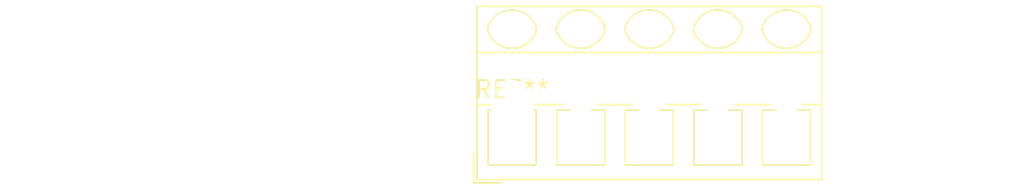
<source format=kicad_pcb>
(kicad_pcb (version 20240108) (generator pcbnew)
  (layers (0 "F.Cu" signal) (31 "B.Cu" signal) (34 "B.Paste" user) (35 "F.Paste" user) (36 "B.SilkS" user "B.Silkscreen") (37 "F.SilkS" user "F.Silkscreen") (38 "B.Mask" user) (39 "F.Mask" user) (44 "Edge.Cuts" user))
  (net 0 "")
  (footprint "TerminalBlock_MetzConnect_Type205_RT04505UBLC_1x05_P5.00mm_45Degree" (layer "F.Cu") (at 0 0)
    (property "Reference" "REF**")
    (property "Value" "TerminalBlock_MetzConnect_Type205_RT04505UBLC_1x05_P5.00mm_45Degree")
    (fp_line (start -2.8 4.56) (end -2.8 6.8) (layer "F.SilkS") (stroke (width 0.12)))
    (fp_line (start -2.8 6.8) (end -0.8 6.8) (layer "F.SilkS") (stroke (width 0.12)))
    (fp_line (start -2.56 -6.06) (end -2.56 6.56) (layer "F.SilkS") (stroke (width 0.12)))
    (fp_line (start -2.56 -6.06) (end 22.56 -6.06) (layer "F.SilkS") (stroke (width 0.12)))
    (fp_line (start -2.56 -2.7) (end 22.56 -2.7) (layer "F.SilkS") (stroke (width 0.12)))
    (fp_line (start -2.56 1.1) (end -1.59 1.1) (layer "F.SilkS") (stroke (width 0.12)))
    (fp_line (start -2.56 6.56) (end 22.56 6.56) (layer "F.SilkS") (stroke (width 0.12)))
    (fp_line (start -1.75 1.5) (end -1.75 5.5) (layer "F.SilkS") (stroke (width 0.12)))
    (fp_line (start -1.75 1.5) (end -1.59 1.5) (layer "F.SilkS") (stroke (width 0.12)))
    (fp_line (start -1.75 5.5) (end 1.75 5.5) (layer "F.SilkS") (stroke (width 0.12)))
    (fp_line (start 1.59 1.1) (end 3.744 1.1) (layer "F.SilkS") (stroke (width 0.12)))
    (fp_line (start 1.59 1.5) (end 1.75 1.5) (layer "F.SilkS") (stroke (width 0.12)))
    (fp_line (start 1.75 1.5) (end 1.75 5.5) (layer "F.SilkS") (stroke (width 0.12)))
    (fp_line (start 3.25 1.5) (end 3.25 5.5) (layer "F.SilkS") (stroke (width 0.12)))
    (fp_line (start 3.25 1.5) (end 4.216 1.5) (layer "F.SilkS") (stroke (width 0.12)))
    (fp_line (start 3.25 5.5) (end 6.75 5.5) (layer "F.SilkS") (stroke (width 0.12)))
    (fp_line (start 5.785 1.5) (end 6.75 1.5) (layer "F.SilkS") (stroke (width 0.12)))
    (fp_line (start 6.257 1.1) (end 8.744 1.1) (layer "F.SilkS") (stroke (width 0.12)))
    (fp_line (start 6.75 1.5) (end 6.75 5.5) (layer "F.SilkS") (stroke (width 0.12)))
    (fp_line (start 8.25 1.5) (end 8.25 5.5) (layer "F.SilkS") (stroke (width 0.12)))
    (fp_line (start 8.25 1.5) (end 9.216 1.5) (layer "F.SilkS") (stroke (width 0.12)))
    (fp_line (start 8.25 5.5) (end 11.75 5.5) (layer "F.SilkS") (stroke (width 0.12)))
    (fp_line (start 10.785 1.5) (end 11.75 1.5) (layer "F.SilkS") (stroke (width 0.12)))
    (fp_line (start 11.257 1.1) (end 13.744 1.1) (layer "F.SilkS") (stroke (width 0.12)))
    (fp_line (start 11.75 1.5) (end 11.75 5.5) (layer "F.SilkS") (stroke (width 0.12)))
    (fp_line (start 13.25 1.5) (end 13.25 5.5) (layer "F.SilkS") (stroke (width 0.12)))
    (fp_line (start 13.25 1.5) (end 14.216 1.5) (layer "F.SilkS") (stroke (width 0.12)))
    (fp_line (start 13.25 5.5) (end 16.75 5.5) (layer "F.SilkS") (stroke (width 0.12)))
    (fp_line (start 15.785 1.5) (end 16.75 1.5) (layer "F.SilkS") (stroke (width 0.12)))
    (fp_line (start 16.257 1.1) (end 18.744 1.1) (layer "F.SilkS") (stroke (width 0.12)))
    (fp_line (start 16.75 1.5) (end 16.75 5.5) (layer "F.SilkS") (stroke (width 0.12)))
    (fp_line (start 18.25 1.5) (end 18.25 5.5) (layer "F.SilkS") (stroke (width 0.12)))
    (fp_line (start 18.25 1.5) (end 19.216 1.5) (layer "F.SilkS") (stroke (width 0.12)))
    (fp_line (start 18.25 5.5) (end 21.75 5.5) (layer "F.SilkS") (stroke (width 0.12)))
    (fp_line (start 20.785 1.5) (end 21.75 1.5) (layer "F.SilkS") (stroke (width 0.12)))
    (fp_line (start 21.257 1.1) (end 22.56 1.1) (layer "F.SilkS") (stroke (width 0.12)))
    (fp_line (start 21.75 1.5) (end 21.75 5.5) (layer "F.SilkS") (stroke (width 0.12)))
    (fp_line (start 22.56 -6.06) (end 22.56 6.56) (layer "F.SilkS") (stroke (width 0.12)))
    (fp_arc (start -1.800846 -4.400605) (mid 0.000312 -5.801077) (end 1.801 -4.4) (layer "F.SilkS") (stroke (width 0.12)))
    (fp_arc (start 1.8 -4.4) (mid -0.000903 -3.000646) (end -1.800445 -4.401751) (layer "F.SilkS") (stroke (width 0.12)))
    (fp_arc (start 3.199154 -4.400605) (mid 5.000312 -5.801077) (end 6.801 -4.4) (layer "F.SilkS") (stroke (width 0.12)))
    (fp_arc (start 6.8 -4.4) (mid 4.999097 -3.000646) (end 3.199555 -4.401751) (layer "F.SilkS") (stroke (width 0.12)))
    (fp_arc (start 8.199154 -4.400605) (mid 10.000312 -5.801077) (end 11.801 -4.4) (layer "F.SilkS") (stroke (width 0.12)))
    (fp_arc (start 11.8 -4.4) (mid 9.999097 -3.000646) (end 8.199555 -4.401751) (layer "F.SilkS") (stroke (width 0.12)))
    (fp_arc (start 13.199154 -4.400605) (mid 15.000312 -5.801077) (end 16.801 -4.4) (layer "F.SilkS") (stroke (width 0.12)))
    (fp_arc (start 16.8 -4.4) (mid 14.999097 -3.000646) (end 13.199555 -4.401751) (layer "F.SilkS") (stroke (width 0.12)))
    (fp_arc (start 18.199154 -4.400605) (mid 20.000312 -5.801077) (end 21.801 -4.4) (layer "F.SilkS") (stroke (width 0.12)))
    (fp_arc (start 21.8 -4.4) (mid 19.999097 -3.000646) (end 18.199555 -4.401751) (layer "F.SilkS") (stroke (width 0.12)))
    (pad "1" thru_hole rect (at 0 0) (size 2.7 2.7) (drill 1.4) (layers *.Cu *.Mask) (remove_unused_layers))
    (pad "2" thru_hole circle (at 5 0) (size 2.7 2.7) (drill 1.4) (layers *.Cu *.Mask) (remove_unused_layers))
    (pad "3" thru_hole circle (at 10 0) (size 2.7 2.7) (drill 1.4) (layers *.Cu *.Mask) (remove_unused_layers))
    (pad "4" thru_hole circle (at 15 0) (size 2.7 2.7) (drill 1.4) (layers *.Cu *.Mask) (remove_unused_layers))
    (pad "5" thru_hole circle (at 20 0) (size 2.7 2.7) (drill 1.4) (layers *.Cu *.Mask) (remove_unused_layers))
  )
)
</source>
